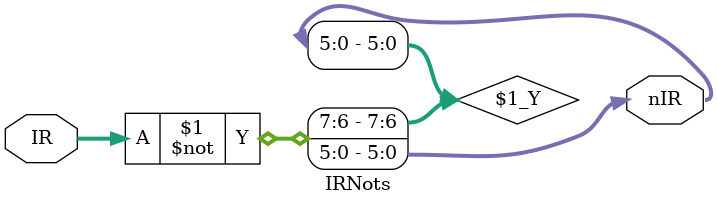
<source format=v>

module IRNots (IR, nIR);

	input wire [7:0] IR;
	output wire [5:0] nIR;

	assign nIR = ~IR;
	
endmodule // IRNots

</source>
